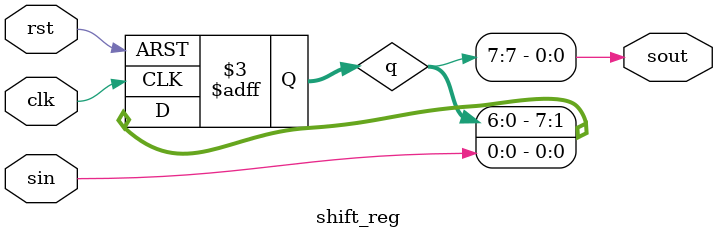
<source format=v>
module shift_reg (clk, rst, sin, sout);
    // 입력
    input clk, rst, sin;
    // 출력
    output sout;
    // always 구문에서 실행하기 위한 reg q
    reg [7:0] q;
    // sout은 q[7]
    assign sout = q[7];

    always @(posedge clk or negedge rst) begin
        //reset
        if(!rst) begin
            q <= 0;
        end
        //non_blocking 구문을 활용하여 갱신
        else begin
            q[0] <= sin;
            q[1] <= q[0];
            q[2] <= q[1];
            q[3] <= q[2];
            q[4] <= q[3];
            q[5] <= q[4];
            q[6] <= q[5];
            q[7] <= q[6];            
        end    
    end
    
endmodule
</source>
